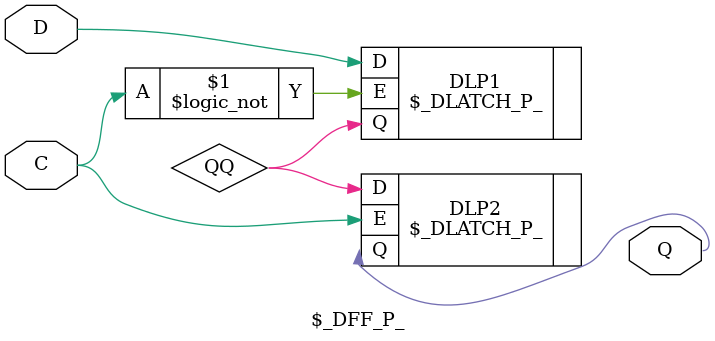
<source format=v>
module \$_DFF_P_ (D, C, Q);
    wire [1023:0] _TECHMAP_DO_ = "simplemap; opt";
    input D, C;
    output Q;
    wire QQ;

    \$_DLATCH_P_ DLP1(.E(!C), .D(D), .Q(QQ));
    \$_DLATCH_P_ DLP2(.E(C), .D(QQ), .Q(Q));
endmodule
</source>
